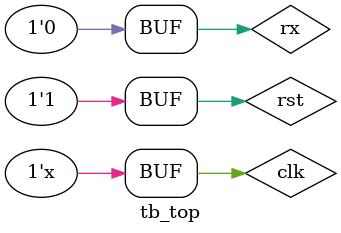
<source format=v>
`timescale 1ns / 1ps

module tb_top();

    reg clk, rst;
    reg echo;
    reg rx;
    wire trig;
    wire [7:0] seg;
    wire [3:0] an;
    wire [4:0] led;
    wire tx;

    top U_top(
        .clk(clk),
        .rst(rst),
        .echo(echo),
        .rx(rx),
        .trig(trig),
        .seg(seg),
        .an(an),
        .led(led),
        .tx(tx)
    );

    always begin
        #5;
        clk = ~clk;
    end

    initial begin
        clk=0;
        rst=1;
        rx=0;
    end

endmodule

</source>
